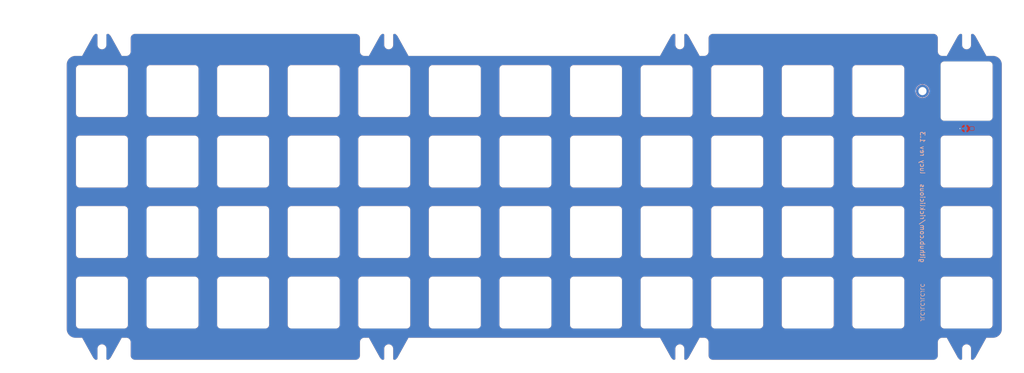
<source format=kicad_pcb>
(kicad_pcb (version 20211014) (generator pcbnew)
  (layers (0 "F.Cu" signal) (31 "B.Cu" signal) (34 "B.Paste" user) (35 "F.Paste" user) (36 "B.SilkS" user "B.Silkscreen") (37 "F.SilkS" user "F.Silkscreen") (38 "B.Mask" user) (39 "F.Mask" user) (44 "Edge.Cuts" user))
  (net 0 "")
  (net 1 "GND")
  (footprint "Keeb_footprints:MX100_cutout_plated" (layer "F.Cu") (at 155.97253 50.00646)
    (fp_text reference "U1")
    (fp_text value "HOLE")
    (fp_line (start -7 6) (end -7 -6) (layer "Edge.Cuts") (width 0.05))
    (fp_line (start -6 7) (end 6 7) (layer "Edge.Cuts") (width 0.05))
    (fp_line (start -6 -7) (end 6 -7) (layer "Edge.Cuts") (width 0.05))
    (fp_line (start 7 -6) (end 7 6) (layer "Edge.Cuts") (width 0.05))
    (fp_arc (start 7 6) (mid 6.707107 6.707107) (end 6 7) (layer "Edge.Cuts") (width 0.05))
    (fp_arc (start 6 -7) (mid 6.707107 -6.707107) (end 7 -6) (layer "Edge.Cuts") (width 0.05))
    (fp_arc (start -6 7) (mid -6.707107 6.707107) (end -7 6) (layer "Edge.Cuts") (width 0.05))
    (fp_arc (start -7 -6) (mid -6.707107 -6.707107) (end -6 -7) (layer "Edge.Cuts") (width 0.05))
  )
  (footprint "Keeb_footprints:MX100_cutout_plated" (layer "F.Cu") (at 175.02261 50.00646)
    (fp_text reference "U2")
    (fp_text value "HOLE")
    (fp_line (start -7 6) (end -7 -6) (layer "Edge.Cuts") (width 0.05))
    (fp_line (start -6 -7) (end 6 -7) (layer "Edge.Cuts") (width 0.05))
    (fp_line (start 7 -6) (end 7 6) (layer "Edge.Cuts") (width 0.05))
    (fp_line (start -6 7) (end 6 7) (layer "Edge.Cuts") (width 0.05))
    (fp_arc (start 6 -7) (mid 6.707107 -6.707107) (end 7 -6) (layer "Edge.Cuts") (width 0.05))
    (fp_arc (start -6 7) (mid -6.707107 6.707107) (end -7 6) (layer "Edge.Cuts") (width 0.05))
    (fp_arc (start 7 6) (mid 6.707107 6.707107) (end 6 7) (layer "Edge.Cuts") (width 0.05))
    (fp_arc (start -7 -6) (mid -6.707107 -6.707107) (end -6 -7) (layer "Edge.Cuts") (width 0.05))
  )
  (footprint "Keeb_footprints:MX100_cutout_plated" (layer "F.Cu") (at 194.07269 50.00646)
    (fp_text reference "U3")
    (fp_text value "HOLE")
    (fp_line (start -6 7) (end 6 7) (layer "Edge.Cuts") (width 0.05))
    (fp_line (start -7 6) (end -7 -6) (layer "Edge.Cuts") (width 0.05))
    (fp_line (start 7 -6) (end 7 6) (layer "Edge.Cuts") (width 0.05))
    (fp_line (start -6 -7) (end 6 -7) (layer "Edge.Cuts") (width 0.05))
    (fp_arc (start 7 6) (mid 6.707107 6.707107) (end 6 7) (layer "Edge.Cuts") (width 0.05))
    (fp_arc (start -7 -6) (mid -6.707107 -6.707107) (end -6 -7) (layer "Edge.Cuts") (width 0.05))
    (fp_arc (start -6 7) (mid -6.707107 6.707107) (end -7 6) (layer "Edge.Cuts") (width 0.05))
    (fp_arc (start 6 -7) (mid 6.707107 -6.707107) (end 7 -6) (layer "Edge.Cuts") (width 0.05))
  )
  (footprint "Keeb_footprints:MX100_cutout_plated" (layer "F.Cu") (at 213.12277 50.00646)
    (fp_text reference "U4")
    (fp_text value "HOLE")
    (fp_line (start -7 6) (end -7 -6) (layer "Edge.Cuts") (width 0.05))
    (fp_line (start -6 7) (end 6 7) (layer "Edge.Cuts") (width 0.05))
    (fp_line (start -6 -7) (end 6 -7) (layer "Edge.Cuts") (width 0.05))
    (fp_line (start 7 -6) (end 7 6) (layer "Edge.Cuts") (width 0.05))
    (fp_arc (start -7 -6) (mid -6.707107 -6.707107) (end -6 -7) (layer "Edge.Cuts") (width 0.05))
    (fp_arc (start 7 6) (mid 6.707107 6.707107) (end 6 7) (layer "Edge.Cuts") (width 0.05))
    (fp_arc (start 6 -7) (mid 6.707107 -6.707107) (end 7 -6) (layer "Edge.Cuts") (width 0.05))
    (fp_arc (start -6 7) (mid -6.707107 6.707107) (end -7 6) (layer "Edge.Cuts") (width 0.05))
  )
  (footprint "Keeb_footprints:MX100_cutout_plated" (layer "F.Cu") (at 232.17285 50.00646)
    (fp_text reference "U5")
    (fp_text value "HOLE")
    (fp_line (start 7 -6) (end 7 6) (layer "Edge.Cuts") (width 0.05))
    (fp_line (start -7 6) (end -7 -6) (layer "Edge.Cuts") (width 0.05))
    (fp_line (start -6 7) (end 6 7) (layer "Edge.Cuts") (width 0.05))
    (fp_line (start -6 -7) (end 6 -7) (layer "Edge.Cuts") (width 0.05))
    (fp_arc (start -7 -6) (mid -6.707107 -6.707107) (end -6 -7) (layer "Edge.Cuts") (width 0.05))
    (fp_arc (start -6 7) (mid -6.707107 6.707107) (end -7 6) (layer "Edge.Cuts") (width 0.05))
    (fp_arc (start 6 -7) (mid 6.707107 -6.707107) (end 7 -6) (layer "Edge.Cuts") (width 0.05))
    (fp_arc (start 7 6) (mid 6.707107 6.707107) (end 6 7) (layer "Edge.Cuts") (width 0.05))
  )
  (footprint "Keeb_footprints:MX100_cutout_plated" (layer "F.Cu") (at 327.42325 50.00646)
    (fp_text reference "U10")
    (fp_text value "HOLE")
    (fp_line (start -6 7) (end 6 7) (layer "Edge.Cuts") (width 0.05))
    (fp_line (start -6 -7) (end 6 -7) (layer "Edge.Cuts") (width 0.05))
    (fp_line (start 7 -6) (end 7 6) (layer "Edge.Cuts") (width 0.05))
    (fp_line (start -7 6) (end -7 -6) (layer "Edge.Cuts") (width 0.05))
    (fp_arc (start -6 7) (mid -6.707107 6.707107) (end -7 6) (layer "Edge.Cuts") (width 0.05))
    (fp_arc (start -7 -6) (mid -6.707107 -6.707107) (end -6 -7) (layer "Edge.Cuts") (width 0.05))
    (fp_arc (start 6 -7) (mid 6.707107 -6.707107) (end 7 -6) (layer "Edge.Cuts") (width 0.05))
    (fp_arc (start 7 6) (mid 6.707107 6.707107) (end 6 7) (layer "Edge.Cuts") (width 0.05))
  )
  (footprint "Keeb_footprints:MX100_cutout_plated" (layer "F.Cu") (at 346.47333 50.00646)
    (fp_text reference "U11")
    (fp_text value "HOLE")
    (fp_line (start -7 6) (end -7 -6) (layer "Edge.Cuts") (width 0.05))
    (fp_line (start -6 -7) (end 6 -7) (layer "Edge.Cuts") (width 0.05))
    (fp_line (start -6 7) (end 6 7) (layer "Edge.Cuts") (width 0.05))
    (fp_line (start 7 -6) (end 7 6) (layer "Edge.Cuts") (width 0.05))
    (fp_arc (start 6 -7) (mid 6.707107 -6.707107) (end 7 -6) (layer "Edge.Cuts") (width 0.05))
    (fp_arc (start -6 7) (mid -6.707107 6.707107) (end -7 6) (layer "Edge.Cuts") (width 0.05))
    (fp_arc (start 7 6) (mid 6.707107 6.707107) (end 6 7) (layer "Edge.Cuts") (width 0.05))
    (fp_arc (start -7 -6) (mid -6.707107 -6.707107) (end -6 -7) (layer "Edge.Cuts") (width 0.05))
  )
  (footprint "Keeb_footprints:MX100_cutout_plated" (layer "F.Cu") (at 155.97253 69.05654)
    (fp_text reference "U13")
    (fp_text value "HOLE")
    (fp_line (start -7 6) (end -7 -6) (layer "Edge.Cuts") (width 0.05))
    (fp_line (start -6 7) (end 6 7) (layer "Edge.Cuts") (width 0.05))
    (fp_line (start 7 -6) (end 7 6) (layer "Edge.Cuts") (width 0.05))
    (fp_line (start -6 -7) (end 6 -7) (layer "Edge.Cuts") (width 0.05))
    (fp_arc (start 7 6) (mid 6.707107 6.707107) (end 6 7) (layer "Edge.Cuts") (width 0.05))
    (fp_arc (start -7 -6) (mid -6.707107 -6.707107) (end -6 -7) (layer "Edge.Cuts") (width 0.05))
    (fp_arc (start -6 7) (mid -6.707107 6.707107) (end -7 6) (layer "Edge.Cuts") (width 0.05))
    (fp_arc (start 6 -7) (mid 6.707107 -6.707107) (end 7 -6) (layer "Edge.Cuts") (width 0.05))
  )
  (footprint "Keeb_footprints:MX100_cutout_plated" (layer "F.Cu") (at 194.07269 69.05654)
    (fp_text reference "U15")
    (fp_text value "HOLE")
    (fp_line (start 7 -6) (end 7 6) (layer "Edge.Cuts") (width 0.05))
    (fp_line (start -6 7) (end 6 7) (layer "Edge.Cuts") (width 0.05))
    (fp_line (start -6 -7) (end 6 -7) (layer "Edge.Cuts") (width 0.05))
    (fp_line (start -7 6) (end -7 -6) (layer "Edge.Cuts") (width 0.05))
    (fp_arc (start -6 7) (mid -6.707107 6.707107) (end -7 6) (layer "Edge.Cuts") (width 0.05))
    (fp_arc (start 6 -7) (mid 6.707107 -6.707107) (end 7 -6) (layer "Edge.Cuts") (width 0.05))
    (fp_arc (start 7 6) (mid 6.707107 6.707107) (end 6 7) (layer "Edge.Cuts") (width 0.05))
    (fp_arc (start -7 -6) (mid -6.707107 -6.707107) (end -6 -7) (layer "Edge.Cuts") (width 0.05))
  )
  (footprint "Keeb_footprints:MX100_cutout_plated" (layer "F.Cu") (at 232.17285 69.05654)
    (fp_text reference "U17")
    (fp_text value "HOLE")
    (fp_line (start 7 -6) (end 7 6) (layer "Edge.Cuts") (width 0.05))
    (fp_line (start -7 6) (end -7 -6) (layer "Edge.Cuts") (width 0.05))
    (fp_line (start -6 -7) (end 6 -7) (layer "Edge.Cuts") (width 0.05))
    (fp_line (start -6 7) (end 6 7) (layer "Edge.Cuts") (width 0.05))
    (fp_arc (start 6 -7) (mid 6.707107 -6.707107) (end 7 -6) (layer "Edge.Cuts") (width 0.05))
    (fp_arc (start -7 -6) (mid -6.707107 -6.707107) (end -6 -7) (layer "Edge.Cuts") (width 0.05))
    (fp_arc (start 7 6) (mid 6.707107 6.707107) (end 6 7) (layer "Edge.Cuts") (width 0.05))
    (fp_arc (start -6 7) (mid -6.707107 6.707107) (end -7 6) (layer "Edge.Cuts") (width 0.05))
  )
  (footprint "Keeb_footprints:MX100_cutout_plated" (layer "F.Cu") (at 251.22293 69.05654)
    (fp_text reference "U18")
    (fp_text value "HOLE")
    (fp_line (start -6 7) (end 6 7) (layer "Edge.Cuts") (width 0.05))
    (fp_line (start 7 -6) (end 7 6) (layer "Edge.Cuts") (width 0.05))
    (fp_line (start -6 -7) (end 6 -7) (layer "Edge.Cuts") (width 0.05))
    (fp_line (start -7 6) (end -7 -6) (layer "Edge.Cuts") (width 0.05))
    (fp_arc (start -6 7) (mid -6.707107 6.707107) (end -7 6) (layer "Edge.Cuts") (width 0.05))
    (fp_arc (start 6 -7) (mid 6.707107 -6.707107) (end 7 -6) (layer "Edge.Cuts") (width 0.05))
    (fp_arc (start -7 -6) (mid -6.707107 -6.707107) (end -6 -7) (layer "Edge.Cuts") (width 0.05))
    (fp_arc (start 7 6) (mid 6.707107 6.707107) (end 6 7) (layer "Edge.Cuts") (width 0.05))
  )
  (footprint "Keeb_footprints:MX100_cutout_plated" (layer "F.Cu") (at 270.27301 69.05654)
    (fp_text reference "U19")
    (fp_text value "HOLE")
    (fp_line (start -7 6) (end -7 -6) (layer "Edge.Cuts") (width 0.05))
    (fp_line (start -6 -7) (end 6 -7) (layer "Edge.Cuts") (width 0.05))
    (fp_line (start -6 7) (end 6 7) (layer "Edge.Cuts") (width 0.05))
    (fp_line (start 7 -6) (end 7 6) (layer "Edge.Cuts") (width 0.05))
    (fp_arc (start -6 7) (mid -6.707107 6.707107) (end -7 6) (layer "Edge.Cuts") (width 0.05))
    (fp_arc (start -7 -6) (mid -6.707107 -6.707107) (end -6 -7) (layer "Edge.Cuts") (width 0.05))
    (fp_arc (start 7 6) (mid 6.707107 6.707107) (end 6 7) (layer "Edge.Cuts") (width 0.05))
    (fp_arc (start 6 -7) (mid 6.707107 -6.707107) (end 7 -6) (layer "Edge.Cuts") (width 0.05))
  )
  (footprint "Keeb_footprints:MX100_cutout_plated" (layer "F.Cu") (at 289.32309 69.05654)
    (fp_text reference "U20")
    (fp_text value "HOLE")
    (fp_line (start 7 -6) (end 7 6) (layer "Edge.Cuts") (width 0.05))
    (fp_line (start -6 7) (end 6 7) (layer "Edge.Cuts") (width 0.05))
    (fp_line (start -6 -7) (end 6 -7) (layer "Edge.Cuts") (width 0.05))
    (fp_line (start -7 6) (end -7 -6) (layer "Edge.Cuts") (width 0.05))
    (fp_arc (start -6 7) (mid -6.707107 6.707107) (end -7 6) (layer "Edge.Cuts") (width 0.05))
    (fp_arc (start -7 -6) (mid -6.707107 -6.707107) (end -6 -7) (layer "Edge.Cuts") (width 0.05))
    (fp_arc (start 6 -7) (mid 6.707107 -6.707107) (end 7 -6) (layer "Edge.Cuts") (width 0.05))
    (fp_arc (start 7 6) (mid 6.707107 6.707107) (end 6 7) (layer "Edge.Cuts") (width 0.05))
  )
  (footprint "Keeb_footprints:MX100_cutout_plated" (layer "F.Cu") (at 308.37317 69.05654)
    (fp_text reference "U21")
    (fp_text value "HOLE")
    (fp_line (start 7 -6) (end 7 6) (layer "Edge.Cuts") (width 0.05))
    (fp_line (start -7 6) (end -7 -6) (layer "Edge.Cuts") (width 0.05))
    (fp_line (start -6 7) (end 6 7) (layer "Edge.Cuts") (width 0.05))
    (fp_line (start -6 -7) (end 6 -7) (layer "Edge.Cuts") (width 0.05))
    (fp_arc (start -7 -6) (mid -6.707107 -6.707107) (end -6 -7) (layer "Edge.Cuts") (width 0.05))
    (fp_arc (start -6 7) (mid -6.707107 6.707107) (end -7 6) (layer "Edge.Cuts") (width 0.05))
    (fp_arc (start 7 6) (mid 6.707107 6.707107) (end 6 7) (layer "Edge.Cuts") (width 0.05))
    (fp_arc (start 6 -7) (mid 6.707107 -6.707107) (end 7 -6) (layer "Edge.Cuts") (width 0.05))
  )
  (footprint "Keeb_footprints:MX100_cutout_plated" (layer "F.Cu") (at 327.42325 69.05654)
    (fp_text reference "U22")
    (fp_text value "HOLE")
    (fp_line (start -6 7) (end 6 7) (layer "Edge.Cuts") (width 0.05))
    (fp_line (start 7 -6) (end 7 6) (layer "Edge.Cuts") (width 0.05))
    (fp_line (start -6 -7) (end 6 -7) (layer "Edge.Cuts") (width 0.05))
    (fp_line (start -7 6) (end -7 -6) (layer "Edge.Cuts") (width 0.05))
    (fp_arc (start -7 -6) (mid -6.707107 -6.707107) (end -6 -7) (layer "Edge.Cuts") (width 0.05))
    (fp_arc (start 6 -7) (mid 6.707107 -6.707107) (end 7 -6) (layer "Edge.Cuts") (width 0.05))
    (fp_arc (start 7 6) (mid 6.707107 6.707107) (end 6 7) (layer "Edge.Cuts") (width 0.05))
    (fp_arc (start -6 7) (mid -6.707107 6.707107) (end -7 6) (layer "Edge.Cuts") (width 0.05))
  )
  (footprint "Keeb_footprints:MX100_cutout_plated" (layer "F.Cu") (at 346.47333 69.05654)
    (fp_text reference "U23")
    (fp_text value "HOLE")
    (fp_line (start -6 -7) (end 6 -7) (layer "Edge.Cuts") (width 0.05))
    (fp_line (start -7 6) (end -7 -6) (layer "Edge.Cuts") (width 0.05))
    (fp_line (start 7 -6) (end 7 6) (layer "Edge.Cuts") (width 0.05))
    (fp_line (start -6 7) (end 6 7) (layer "Edge.Cuts") (width 0.05))
    (fp_arc (start 6 -7) (mid 6.707107 -6.707107) (end 7 -6) (layer "Edge.Cuts") (width 0.05))
    (fp_arc (start 7 6) (mid 6.707107 6.707107) (end 6 7) (layer "Edge.Cuts") (width 0.05))
    (fp_arc (start -6 7) (mid -6.707107 6.707107) (end -7 6) (layer "Edge.Cuts") (width 0.05))
    (fp_arc (start -7 -6) (mid -6.707107 -6.707107) (end -6 -7) (layer "Edge.Cuts") (width 0.05))
  )
  (footprint "Keeb_footprints:MX100_cutout_plated" (layer "F.Cu") (at 365.52341 69.05654)
    (fp_text reference "U24")
    (fp_text value "HOLE")
    (fp_line (start -7 6) (end -7 -6) (layer "Edge.Cuts") (width 0.05))
    (fp_line (start -6 7) (end 6 7) (layer "Edge.Cuts") (width 0.05))
    (fp_line (start 7 -6) (end 7 6) (layer "Edge.Cuts") (width 0.05))
    (fp_line (start -6 -7) (end 6 -7) (layer "Edge.Cuts") (width 0.05))
    (fp_arc (start -6 7) (mid -6.707107 6.707107) (end -7 6) (layer "Edge.Cuts") (width 0.05))
    (fp_arc (start -7 -6) (mid -6.707107 -6.707107) (end -6 -7) (layer "Edge.Cuts") (width 0.05))
    (fp_arc (start 6 -7) (mid 6.707107 -6.707107) (end 7 -6) (layer "Edge.Cuts") (width 0.05))
    (fp_arc (start 7 6) (mid 6.707107 6.707107) (end 6 7) (layer "Edge.Cuts") (width 0.05))
  )
  (footprint "Keeb_footprints:MX100_cutout_plated" (layer "F.Cu") (at 155.97253 88.10662)
    (fp_text reference "U25")
    (fp_text value "HOLE")
    (fp_line (start 7 -6) (end 7 6) (layer "Edge.Cuts") (width 0.05))
    (fp_line (start -7 6) (end -7 -6) (layer "Edge.Cuts") (width 0.05))
    (fp_line (start -6 -7) (end 6 -7) (layer "Edge.Cuts") (width 0.05))
    (fp_line (start -6 7) (end 6 7) (layer "Edge.Cuts") (width 0.05))
    (fp_arc (start -6 7) (mid -6.707107 6.707107) (end -7 6) (layer "Edge.Cuts") (width 0.05))
    (fp_arc (start 6 -7) (mid 6.707107 -6.707107) (end 7 -6) (layer "Edge.Cuts") (width 0.05))
    (fp_arc (start 7 6) (mid 6.707107 6.707107) (end 6 7) (layer "Edge.Cuts") (width 0.05))
    (fp_arc (start -7 -6) (mid -6.707107 -6.707107) (end -6 -7) (layer "Edge.Cuts") (width 0.05))
  )
  (footprint "Keeb_footprints:MX100_cutout_plated" (layer "F.Cu") (at 175.02261 88.10662)
    (fp_text reference "U26")
    (fp_text value "HOLE")
    (fp_line (start -6 -7) (end 6 -7) (layer "Edge.Cuts") (width 0.05))
    (fp_line (start -6 7) (end 6 7) (layer "Edge.Cuts") (width 0.05))
    (fp_line (start -7 6) (end -7 -6) (layer "Edge.Cuts") (width 0.05))
    (fp_line (start 7 -6) (end 7 6) (layer "Edge.Cuts") (width 0.05))
    (fp_arc (start 7 6) (mid 6.707107 6.707107) (end 6 7) (layer "Edge.Cuts") (width 0.05))
    (fp_arc (start -6 7) (mid -6.707107 6.707107) (end -7 6) (layer "Edge.Cuts") (width 0.05))
    (fp_arc (start 6 -7) (mid 6.707107 -6.707107) (end 7 -6) (layer "Edge.Cuts") (width 0.05))
    (fp_arc (start -7 -6) (mid -6.707107 -6.707107) (end -6 -7) (layer "Edge.Cuts") (width 0.05))
  )
  (footprint "Keeb_footprints:MX100_cutout_plated" (layer "F.Cu") (at 194.07269 88.10662)
    (fp_text reference "U27")
    (fp_text value "HOLE")
    (fp_line (start -7 6) (end -7 -6) (layer "Edge.Cuts") (width 0.05))
    (fp_line (start 7 -6) (end 7 6) (layer "Edge.Cuts") (width 0.05))
    (fp_line (start -6 -7) (end 6 -7) (layer "Edge.Cuts") (width 0.05))
    (fp_line (start -6 7) (end 6 7) (layer "Edge.Cuts") (width 0.05))
    (fp_arc (start -6 7) (mid -6.707107 6.707107) (end -7 6) (layer "Edge.Cuts") (width 0.05))
    (fp_arc (start -7 -6) (mid -6.707107 -6.707107) (end -6 -7) (layer "Edge.Cuts") (width 0.05))
    (fp_arc (start 6 -7) (mid 6.707107 -6.707107) (end 7 -6) (layer "Edge.Cuts") (width 0.05))
    (fp_arc (start 7 6) (mid 6.707107 6.707107) (end 6 7) (layer "Edge.Cuts") (width 0.05))
  )
  (footprint "Keeb_footprints:MX100_cutout_plated" (layer "F.Cu") (at 213.12277 88.10662)
    (fp_text reference "U28")
    (fp_text value "HOLE")
    (fp_line (start -6 7) (end 6 7) (layer "Edge.Cuts") (width 0.05))
    (fp_line (start -7 6) (end -7 -6) (layer "Edge.Cuts") (width 0.05))
    (fp_line (start 7 -6) (end 7 6) (layer "Edge.Cuts") (width 0.05))
    (fp_line (start -6 -7) (end 6 -7) (layer "Edge.Cuts") (width 0.05))
    (fp_arc (start 6 -7) (mid 6.707107 -6.707107) (end 7 -6) (layer "Edge.Cuts") (width 0.05))
    (fp_arc (start 7 6) (mid 6.707107 6.707107) (end 6 7) (layer "Edge.Cuts") (width 0.05))
    (fp_arc (start -6 7) (mid -6.707107 6.707107) (end -7 6) (layer "Edge.Cuts") (width 0.05))
    (fp_arc (start -7 -6) (mid -6.707107 -6.707107) (end -6 -7) (layer "Edge.Cuts") (width 0.05))
  )
  (footprint "Keeb_footprints:MX100_cutout_plated" (layer "F.Cu") (at 232.17285 88.10662)
    (fp_text reference "U29")
    (fp_text value "HOLE")
    (fp_line (start -6 -7) (end 6 -7) (layer "Edge.Cuts") (width 0.05))
    (fp_line (start -7 6) (end -7 -6) (layer "Edge.Cuts") (width 0.05))
    (fp_line (start -6 7) (end 6 7) (layer "Edge.Cuts") (width 0.05))
    (fp_line (start 7 -6) (end 7 6) (layer "Edge.Cuts") (width 0.05))
    (fp_arc (start 7 6) (mid 6.707107 6.707107) (end 6 7) (layer "Edge.Cuts") (width 0.05))
    (fp_arc (start -6 7) (mid -6.707107 6.707107) (end -7 6) (layer "Edge.Cuts") (width 0.05))
    (fp_arc (start 6 -7) (mid 6.707107 -6.707107) (end 7 -6) (layer "Edge.Cuts") (width 0.05))
    (fp_arc (start -7 -6) (mid -6.707107 -6.707107) (end -6 -7) (layer "Edge.Cuts") (width 0.05))
  )
  (footprint "Keeb_footprints:MX100_cutout_plated" (layer "F.Cu") (at 251.22293 88.10662)
    (fp_text reference "U30")
    (fp_text value "HOLE")
    (fp_line (start -6 -7) (end 6 -7) (layer "Edge.Cuts") (width 0.05))
    (fp_line (start -6 7) (end 6 7) (layer "Edge.Cuts") (width 0.05))
    (fp_line (start -7 6) (end -7 -6) (layer "Edge.Cuts") (width 0.05))
    (fp_line (start 7 -6) (end 7 6) (layer "Edge.Cuts") (width 0.05))
    (fp_arc (start 6 -7) (mid 6.707107 -6.707107) (end 7 -6) (layer "Edge.Cuts") (width 0.05))
    (fp_arc (start -6 7) (mid -6.707107 6.707107) (end -7 6) (layer "Edge.Cuts") (width 0.05))
    (fp_arc (start -7 -6) (mid -6.707107 -6.707107) (end -6 -7) (layer "Edge.Cuts") (width 0.05))
    (fp_arc (start 7 6) (mid 6.707107 6.707107) (end 6 7) (layer "Edge.Cuts") (width 0.05))
  )
  (footprint "Keeb_footprints:MX100_cutout_plated" (layer "F.Cu") (at 270.27301 88.10662)
    (fp_text reference "U31")
    (fp_text value "HOLE")
    (fp_line (start -6 -7) (end 6 -7) (layer "Edge.Cuts") (width 0.05))
    (fp_line (start 7 -6) (end 7 6) (layer "Edge.Cuts") (width 0.05))
    (fp_line (start -7 6) (end -7 -6) (layer "Edge.Cuts") (width 0.05))
    (fp_line (start -6 7) (end 6 7) (layer "Edge.Cuts") (width 0.05))
    (fp_arc (start 6 -7) (mid 6.707107 -6.707107) (end 7 -6) (layer "Edge.Cuts") (width 0.05))
    (fp_arc (start -6 7) (mid -6.707107 6.707107) (end -7 6) (layer "Edge.Cuts") (width 0.05))
    (fp_arc (start -7 -6) (mid -6.707107 -6.707107) (end -6 -7) (layer "Edge.Cuts") (width 0.05))
    (fp_arc (start 7 6) (mid 6.707107 6.707107) (end 6 7) (layer "Edge.Cuts") (width 0.05))
  )
  (footprint "Keeb_footprints:MX100_cutout_plated" (layer "F.Cu") (at 289.32309 88.10662)
    (fp_text reference "U32")
    (fp_text value "HOLE")
    (fp_line (start -7 6) (end -7 -6) (layer "Edge.Cuts") (width 0.05))
    (fp_line (start 7 -6) (end 7 6) (layer "Edge.Cuts") (width 0.05))
    (fp_line (start -6 7) (end 6 7) (layer "Edge.Cuts") (width 0.05))
    (fp_line (start -6 -7) (end 6 -7) (layer "Edge.Cuts") (width 0.05))
    (fp_arc (start -6 7) (mid -6.707107 6.707107) (end -7 6) (layer "Edge.Cuts") (width 0.05))
    (fp_arc (start -7 -6) (mid -6.707107 -6.707107) (end -6 -7) (layer "Edge.Cuts") (width 0.05))
    (fp_arc (start 7 6) (mid 6.707107 6.707107) (end 6 7) (layer "Edge.Cuts") (width 0.05))
    (fp_arc (start 6 -7) (mid 6.707107 -6.707107) (end 7 -6) (layer "Edge.Cuts") (width 0.05))
  )
  (footprint "Keeb_footprints:MX100_cutout_plated" (layer "F.Cu") (at 308.37317 88.10662)
    (fp_text reference "U33")
    (fp_text value "HOLE")
    (fp_line (start -6 -7) (end 6 -7) (layer "Edge.Cuts") (width 0.05))
    (fp_line (start -6 7) (end 6 7) (layer "Edge.Cuts") (width 0.05))
    (fp_line (start 7 -6) (end 7 6) (layer "Edge.Cuts") (width 0.05))
    (fp_line (start -7 6) (end -7 -6) (layer "Edge.Cuts") (width 0.05))
    (fp_arc (start -7 -6) (mid -6.707107 -6.707107) (end -6 -7) (layer "Edge.Cuts") (width 0.05))
    (fp_arc (start 6 -7) (mid 6.707107 -6.707107) (end 7 -6) (layer "Edge.Cuts") (width 0.05))
    (fp_arc (start -6 7) (mid -6.707107 6.707107) (end -7 6) (layer "Edge.Cuts") (width 0.05))
    (fp_arc (start 7 6) (mid 6.707107 6.707107) (end 6 7) (layer "Edge.Cuts") (width 0.05))
  )
  (footprint "Keeb_footprints:MX100_cutout_plated" (layer "F.Cu") (at 327.42325 88.10662)
    (fp_text reference "U34")
    (fp_text value "HOLE")
    (fp_line (start -6 -7) (end 6 -7) (layer "Edge.Cuts") (width 0.05))
    (fp_line (start -6 7) (end 6 7) (layer "Edge.Cuts") (width 0.05))
    (fp_line (start -7 6) (end -7 -6) (layer "Edge.Cuts") (width 0.05))
    (fp_line (start 7 -6) (end 7 6) (layer "Edge.Cuts") (width 0.05))
    (fp_arc (start 6 -7) (mid 6.707107 -6.707107) (end 7 -6) (layer "Edge.Cuts") (width 0.05))
    (fp_arc (start -7 -6) (mid -6.707107 -6.707107) (end -6 -7) (layer "Edge.Cuts") (width 0.05))
    (fp_arc (start 7 6) (mid 6.707107 6.707107) (end 6 7) (layer "Edge.Cuts") (width 0.05))
    (fp_arc (start -6 7) (mid -6.707107 6.707107) (end -7 6) (layer "Edge.Cuts") (width 0.05))
  )
  (footprint "Keeb_footprints:MX100_cutout_plated" (layer "F.Cu") (at 346.47333 88.10662)
    (fp_text reference "U35")
    (fp_text value "HOLE")
    (fp_line (start 7 -6) (end 7 6) (layer "Edge.Cuts") (width 0.05))
    (fp_line (start -6 7) (end 6 7) (layer "Edge.Cuts") (width 0.05))
    (fp_line (start -7 6) (end -7 -6) (layer "Edge.Cuts") (width 0.05))
    (fp_line (start -6 -7) (end 6 -7) (layer "Edge.Cuts") (width 0.05))
    (fp_arc (start 7 6) (mid 6.707107 6.707107) (end 6 7) (layer "Edge.Cuts") (width 0.05))
    (fp_arc (start -7 -6) (mid -6.707107 -6.707107) (end -6 -7) (layer "Edge.Cuts") (width 0.05))
    (fp_arc (start 6 -7) (mid 6.707107 -6.707107) (end 7 -6) (layer "Edge.Cuts") (width 0.05))
    (fp_arc (start -6 7) (mid -6.707107 6.707107) (end -7 6) (layer "Edge.Cuts") (width 0.05))
  )
  (footprint "Keeb_footprints:MX100_cutout_plated" (layer "F.Cu") (at 365.52341 88.10662)
    (fp_text reference "U36")
    (fp_text value "HOLE")
    (fp_line (start 7 -6) (end 7 6) (layer "Edge.Cuts") (width 0.05))
    (fp_line (start -7 6) (end -7 -6) (layer "Edge.Cuts") (width 0.05))
    (fp_line (start -6 -7) (end 6 -7) (layer "Edge.Cuts") (width 0.05))
    (fp_line (start -6 7) (end 6 7) (layer "Edge.Cuts") (width 0.05))
    (fp_arc (start 7 6) (mid 6.707107 6.707107) (end 6 7) (layer "Edge.Cuts") (width 0.05))
    (fp_arc (start -7 -6) (mid -6.707107 -6.707107) (end -6 -7) (layer "Edge.Cuts") (width 0.05))
    (fp_arc (start -6 7) (mid -6.707107 6.707107) (end -7 6) (layer "Edge.Cuts") (width 0.05))
    (fp_arc (start 6 -7) (mid 6.707107 -6.707107) (end 7 -6) (layer "Edge.Cuts") (width 0.05))
  )
  (footprint "Keeb_footprints:MX100_cutout_plated" (layer "F.Cu") (at 175.02261 107.1567)
    (fp_text reference "U38")
    (fp_text value "HOLE")
    (fp_line (start 7 -6) (end 7 6) (layer "Edge.Cuts") (width 0.05))
    (fp_line (start -6 7) (end 6 7) (layer "Edge.Cuts") (width 0.05))
    (fp_line (start -6 -7) (end 6 -7) (layer "Edge.Cuts") (width 0.05))
    (fp_line (start -7 6) (end -7 -6) (layer "Edge.Cuts") (width 0.05))
    (fp_arc (start 6 -7) (mid 6.707107 -6.707107) (end 7 -6) (layer "Edge.Cuts") (width 0.05))
    (fp_arc (start -7 -6) (mid -6.707107 -6.707107) (end -6 -7) (layer "Edge.Cuts") (width 0.05))
    (fp_arc (start 7 6) (mid 6.707107 6.707107) (end 6 7) (layer "Edge.Cuts") (width 0.05))
    (fp_arc (start -6 7) (mid -6.707107 6.707107) (end -7 6) (layer "Edge.Cuts") (width 0.05))
  )
  (footprint "Keeb_footprints:MX100_cutout_plated" (layer "F.Cu") (at 194.07269 107.1567)
    (fp_text reference "U39")
    (fp_text value "HOLE")
    (fp_line (start -7 6) (end -7 -6) (layer "Edge.Cuts") (width 0.05))
    (fp_line (start -6 7) (end 6 7) (layer "Edge.Cuts") (width 0.05))
    (fp_line (start -6 -7) (end 6 -7) (layer "Edge.Cuts") (width 0.05))
    (fp_line (start 7 -6) (end 7 6) (layer "Edge.Cuts") (width 0.05))
    (fp_arc (start -7 -6) (mid -6.707107 -6.707107) (end -6 -7) (layer "Edge.Cuts") (width 0.05))
    (fp_arc (start -6 7) (mid -6.707107 6.707107) (end -7 6) (layer "Edge.Cuts") (width 0.05))
    (fp_arc (start 7 6) (mid 6.707107 6.707107) (end 6 7) (layer "Edge.Cuts") (width 0.05))
    (fp_arc (start 6 -7) (mid 6.707107 -6.707107) (end 7 -6) (layer "Edge.Cuts") (width 0.05))
  )
  (footprint "Keeb_footprints:MX100_cutout_plated" (layer "F.Cu") (at 213.12277 107.1567)
    (fp_text reference "U40")
    (fp_text value "HOLE")
    (fp_line (start -6 -7) (end 6 -7) (layer "Edge.Cuts") (width 0.05))
    (fp_line (start -7 6) (end -7 -6) (layer "Edge.Cuts") (width 0.05))
    (fp_line (start 7 -6) (end 7 6) (layer "Edge.Cuts") (width 0.05))
    (fp_line (start -6 7) (end 6 7) (layer "Edge.Cuts") (width 0.05))
    (fp_arc (start 7 6) (mid 6.707107 6.707107) (end 6 7) (layer "Edge.Cuts") (width 0.05))
    (fp_arc (start -7 -6) (mid -6.707107 -6.707107) (end -6 -7) (layer "Edge.Cuts") (width 0.05))
    (fp_arc (start -6 7) (mid -6.707107 6.707107) (end -7 6) (layer "Edge.Cuts") (width 0.05))
    (fp_arc (start 6 -7) (mid 6.707107 -6.707107) (end 7 -6) (layer "Edge.Cuts") (width 0.05))
  )
  (footprint "Keeb_footprints:MX100_cutout_plated" (layer "F.Cu") (at 232.17285 107.1567)
    (fp_text reference "U41")
    (fp_text value "HOLE")
    (fp_line (start -6 -7) (end 6 -7) (layer "Edge.Cuts") (width 0.05))
    (fp_line (start -7 6) (end -7 -6) (layer "Edge.Cuts") (width 0.05))
    (fp_line (start -6 7) (end 6 7) (layer "Edge.Cuts") (width 0.05))
    (fp_line (start 7 -6) (end 7 6) (layer "Edge.Cuts") (width 0.05))
    (fp_arc (start 6 -7) (mid 6.707107 -6.707107) (end 7 -6) (layer "Edge.Cuts") (width 0.05))
    (fp_arc (start -6 7) (mid -6.707107 6.707107) (end -7 6) (layer "Edge.Cuts") (width 0.05))
    (fp_arc (start -7 -6) (mid -6.707107 -6.707107) (end -6 -7) (layer "Edge.Cuts") (width 0.05))
    (fp_arc (start 7 6) (mid 6.707107 6.707107) (end 6 7) (layer "Edge.Cuts") (width 0.05))
  )
  (footprint "Keeb_footprints:MX100_cutout_plated" (layer "F.Cu") (at 251.22293 107.1567)
    (fp_text reference "U42")
    (fp_text value "HOLE")
    (fp_line (start -6 -7) (end 6 -7) (layer "Edge.Cuts") (width 0.05))
    (fp_line (start 7 -6) (end 7 6) (layer "Edge.Cuts") (width 0.05))
    (fp_line (start -7 6) (end -7 -6) (layer "Edge.Cuts") (width 0.05))
    (fp_line (start -6 7) (end 6 7) (layer "Edge.Cuts") (width 0.05))
    (fp_arc (start 6 -7) (mid 6.707107 -6.707107) (end 7 -6) (layer "Edge.Cuts") (width 0.05))
    (fp_arc (start -7 -6) (mid -6.707107 -6.707107) (end -6 -7) (layer "Edge.Cuts") (width 0.05))
    (fp_arc (start -6 7) (mid -6.707107 6.707107) (end -7 6) (layer "Edge.Cuts") (width 0.05))
    (fp_arc (start 7 6) (mid 6.707107 6.707107) (end 6 7) (layer "Edge.Cuts") (width 0.05))
  )
  (footprint "Keeb_footprints:MX100_cutout_plated" (layer "F.Cu") (at 270.27301 107.1567)
    (fp_text reference "U43")
    (fp_text value "HOLE")
    (fp_line (start -6 7) (end 6 7) (layer "Edge.Cuts") (width 0.05))
    (fp_line (start -7 6) (end -7 -6) (layer "Edge.Cuts") (width 0.05))
    (fp_line (start -6 -7) (end 6 -7) (layer "Edge.Cuts") (width 0.05))
    (fp_line (start 7 -6) (end 7 6) (layer "Edge.Cuts") (width 0.05))
    (fp_arc (start -6 7) (mid -6.707107 6.707107) (end -7 6) (layer "Edge.Cuts") (width 0.05))
    (fp_arc (start 6 -7) (mid 6.707107 -6.707107) (end 7 -6) (layer "Edge.Cuts") (width 0.05))
    (fp_arc (start 7 6) (mid 6.707107 6.707107) (end 6 7) (layer "Edge.Cuts") (width 0.05))
    (fp_arc (start -7 -6) (mid -6.707107 -6.707107) (end -6 -7) (layer "Edge.Cuts") (width 0.05))
  )
  (footprint "Keeb_footprints:MX100_cutout_plated" (layer "F.Cu") (at 289.32309 107.1567)
    (fp_text reference "U44")
    (fp_text value "HOLE")
    (fp_line (start -7 6) (end -7 -6) (layer "Edge.Cuts") (width 0.05))
    (fp_line (start 7 -6) (end 7 6) (layer "Edge.Cuts") (width 0.05))
    (fp_line (start -6 7) (end 6 7) (layer "Edge.Cuts") (width 0.05))
    (fp_line (start -6 -7) (end 6 -7) (layer "Edge.Cuts") (width 0.05))
    (fp_arc (start -6 7) (mid -6.707107 6.707107) (end -7 6) (layer "Edge.Cuts") (width 0.05))
    (fp_arc (start 7 6) (mid 6.707107 6.707107) (end 6 7) (layer "Edge.Cuts") (width 0.05))
    (fp_arc (start 6 -7) (mid 6.707107 -6.707107) (end 7 -6) (layer "Edge.Cuts") (width 0.05))
    (fp_arc (start -7 -6) (mid -6.707107 -6.707107) (end -6 -7) (layer "Edge.Cuts") (width 0.05))
  )
  (footprint "Keeb_footprints:MX100_cutout_plated" (layer "F.Cu") (at 308.37317 107.1567)
    (fp_text reference "U45")
    (fp_text value "HOLE")
    (fp_line (start -6 -7) (end 6 -7) (layer "Edge.Cuts") (width 0.05))
    (fp_line (start -6 7) (end 6 7) (layer "Edge.Cuts") (width 0.05))
    (fp_line (start 7 -6) (end 7 6) (layer "Edge.Cuts") (width 0.05))
    (fp_line (start -7 6) (end -7 -6) (layer "Edge.Cuts") (width 0.05))
    (fp_arc (start 6 -7) (mid 6.707107 -6.707107) (end 7 -6) (layer "Edge.Cuts") (width 0.05))
    (fp_arc (start -6 7) (mid -6.707107 6.707107) (end -7 6) (layer "Edge.Cuts") (width 0.05))
    (fp_arc (start 7 6) (mid 6.707107 6.707107) (end 6 7) (layer "Edge.Cuts") (width 0.05))
    (fp_arc (start -7 -6) (mid -6.707107 -6.707107) (end -6 -7) (layer "Edge.Cuts") (width 0.05))
  )
  (footprint "Keeb_footprints:MX100_cutout_plated" (layer "F.Cu") (at 327.42325 107.1567)
    (fp_text reference "U46")
    (fp_text value "HOLE")
    (fp_line (start -7 6) (end -7 -6) (layer "Edge.Cuts") (width 0.05))
    (fp_line (start 7 -6) (end 7 6) (layer "Edge.Cuts") (width 0.05))
    (fp_line (start -6 7) (end 6 7) (layer "Edge.Cuts") (width 0.05))
    (fp_line (start -6 -7) (end 6 -7) (layer "Edge.Cuts") (width 0.05))
    (fp_arc (start 7 6) (mid 6.707107 6.707107) (end 6 7) (layer "Edge.Cuts") (width 0.05))
    (fp_arc (start -7 -6) (mid -6.707107 -6.707107) (end -6 -7) (layer "Edge.Cuts") (width 0.05))
    (fp_arc (start -6 7) (mid -6.707107 6.707107) (end -7 6) (layer "Edge.Cuts") (width 0.05))
    (fp_arc (start 6 -7) (mid 6.707107 -6.707107) (end 7 -6) (layer "Edge.Cuts") (width 0.05))
  )
  (footprint "Keeb_footprints:MX100_cutout_plated" (layer "F.Cu") (at 346.47333 107.16)
    (fp_text reference "U47")
    (fp_text value "HOLE")
    (fp_line (start -6 7) (end 6 7) (layer "Edge.Cuts") (width 0.05))
    (fp_line (start 7 -6) (end 7 6) (layer "Edge.Cuts") (width 0.05))
    (fp_line (start -6 -7) (end 6 -7) (layer "Edge.Cuts") (width 0.05))
    (fp_line (start -7 6) (end -7 -6) (layer "Edge.Cuts") (width 0.05))
    (fp_arc (start -7 -6) (mid -6.707107 -6.707107) (end -6 -7) (layer "Edge.Cuts") (width 0.05))
    (fp_arc (start 6 -7) (mid 6.707107 -6.707107) (end 7 -6) (layer "Edge.Cuts") (width 0.05))
    (fp_arc (start -6 7) (mid -6.707107 6.707107) (end -7 6) (layer "Edge.Cuts") (width 0.05))
    (fp_arc (start 7 6) (mid 6.707107 6.707107) (end 6 7) (layer "Edge.Cuts") (width 0.05))
  )
  (footprint "Keeb_footprints:MX100_cutout_plated" (layer "F.Cu") (at 365.52341 107.1567)
    (fp_text reference "U48")
    (fp_text value "HOLE")
    (fp_line (start -6 -7) (end 6 -7) (layer "Edge.Cuts") (width 0.05))
    (fp_line (start -6 7) (end 6 7) (layer "Edge.Cuts") (width 0.05))
    (fp_line (start -7 6) (end -7 -6) (layer "Edge.Cuts") (width 0.05))
    (fp_line (start 7 -6) (end 7 6) (layer "Edge.Cuts") (width 0.05))
    (fp_arc (start 7 6) (mid 6.707107 6.707107) (end 6 7) (layer "Edge.Cuts") (width 0.05))
    (fp_arc (start 6 -7) (mid 6.707107 -6.707107) (end 7 -6) (layer "Edge.Cuts") (width 0.05))
    (fp_arc (start -7 -6) (mid -6.707107 -6.707107) (end -6 -7) (layer "Edge.Cuts") (width 0.05))
    (fp_arc (start -6 7) (mid -6.707107 6.707107) (end -7 6) (layer "Edge.Cuts") (width 0.05))
  )
  (footprint "Keeb_footprints:MX100_cutout_plated" (layer "F.Cu") (at 155.97253 107.1567)
    (fp_text reference "U37")
    (fp_text value "HOLE")
    (fp_line (start -6 7) (end 6 7) (layer "Edge.Cuts") (width 0.05))
    (fp_line (start -6 -7) (end 6 -7) (layer "Edge.Cuts") (width 0.05))
    (fp_line (start 7 -6) (end 7 6) (layer "Edge.Cuts") (width 0.05))
    (fp_line (start -7 6) (end -7 -6) (layer "Edge.Cuts") (width 0.05))
    (fp_arc (start 6 -7) (mid 6.707107 -6.707107) (end 7 -6) (layer "Edge.Cuts") (width 0.05))
    (fp_arc (start -6 7) (mid -6.707107 6.707107) (end -7 6) (layer "Edge.Cuts") (width 0.05))
    (fp_arc (start -7 -6) (mid -6.707107 -6.707107) (end -6 -7) (layer "Edge.Cuts") (width 0.05))
    (fp_arc (start 7 6) (mid 6.707107 6.707107) (end 6 7) (layer "Edge.Cuts") (width 0.05))
  )
  (footprint "Keeb_footprints:MX100_cutout_plated" (layer "F.Cu") (at 175.02261 69.05654)
    (fp_text reference "U14")
    (fp_text value "HOLE")
    (fp_line (start 7 -6) (end 7 6) (layer "Edge.Cuts") (width 0.05))
    (fp_line (start -6 -7) (end 6 -7) (layer "Edge.Cuts") (width 0.05))
    (fp_line (start -6 7) (end 6 7) (layer "Edge.Cuts") (width 0.05))
    (fp_line (start -7 6) (end -7 -6) (layer "Edge.Cuts") (width 0.05))
    (fp_arc (start -7 -6) (mid -6.707107 -6.707107) (end -6 -7) (layer "Edge.Cuts") (width 0.05))
    (fp_arc (start 6 -7) (mid 6.707107 -6.707107) (end 7 -6) (layer "Edge.Cuts") (width 0.05))
    (fp_arc (start -6 7) (mid -6.707107 6.707107) (end -7 6) (layer "Edge.Cuts") (width 0.05))
    (fp_arc (start 7 6) (mid 6.707107 6.707107) (end 6 7) (layer "Edge.Cuts") (width 0.05))
  )
  (footprint "Keeb_footprints:MX100_cutout_plated" (layer "F.Cu") (at 389.33589 88.106428)
    (fp_text reference "U51")
    (fp_text value "HOLE")
    (fp_line (start -7 6) (end -7 -6) (layer "Edge.Cuts") (width 0.05))
    (fp_line (start -6 7) (end 6 7) (layer "Edge.Cuts") (width 0.05))
    (fp_line (start -6 -7) (end 6 -7) (layer "Edge.Cuts") (width 0.05))
    (fp_line (start 7 -6) (end 7 6) (layer "Edge.Cuts") (width 0.05))
    (fp_arc (start 7 6) (mid 6.707107 6.707107) (end 6 7) (layer "Edge.Cuts") (width 0.05))
    (fp_arc (start 6 -7) (mid 6.707107 -6.707107) (end 7 -6) (layer "Edge.Cuts") (width 0.05))
    (fp_arc (start -6 7) (mid -6.707107 6.707107) (end -7 6) (layer "Edge.Cuts") (width 0.05))
    (fp_arc (start -7 -6) (mid -6.707107 -6.707107) (end -6 -7) (layer "Edge.Cuts") (width 0.05))
  )
  (footprint "Keeb_footprints:MX100_cutout_plated" (layer "F.Cu") (at 389.33589 69.056444)
    (fp_text reference "U50")
    (fp_text value "HOLE")
    (fp_line (start -6 7) (end 6 7) (layer "Edge.Cuts") (width 0.05))
    (fp_line (start 7 -6) (end 7 6) (layer "Edge.Cuts") (width 0.05))
    (fp_line (start -6 -7) (end 6 -7) (layer "Edge.Cuts") (width 0.05))
    (fp_line (start -7 6) (end -7 -6) (layer "Edge.Cuts") (width 0.05))
    (fp_arc (start 7 6) (mid 6.707107 6.707107) (end 6 7) (layer "Edge.Cuts") (width 0.05))
    (fp_arc (start -7 -6) (mid -6.707107 -6.707107) (end -6 -7) (layer "Edge.Cuts") (width 0.05))
    (fp_arc (start -6 7) (mid -6.707107 6.707107) (end -7 6) (layer "Edge.Cuts") (width 0.05))
    (fp_arc (start 6 -7) (mid 6.707107 -6.707107) (end 7 -6) (layer "Edge.Cuts") (width 0.05))
  )
  (footprint "Keeb_footprints:EC11_cutout_plated" (layer "F.Cu") (at 389.33601 50.00646 180)
    (fp_text reference "U49")
    (fp_text value "HOLE")
    (fp_line (start -7 -7) (end -7 7) (layer "Edge.Cuts") (width 0.1))
    (fp_line (start -6 8) (end 6 8) (layer "Edge.Cuts") (width 0.1))
    (fp_line (start 6 -8) (end -6 -8) (layer "Edge.Cuts") (width 0.1))
    (fp_line (start 7 -7) (end 7 7) (layer "Edge.Cuts") (width 0.1))
    (fp_line (start -6.999999 -6.525) (end -6.999999 -6.525) (layer "Edge.Cuts") (width 0.1))
    (fp_arc (start -6 8) (mid -6.707107 7.707107) (end -7 7) (layer "Edge.Cuts") (width 0.1))
    (fp_arc (start -7 -7) (mid -6.707107 -7.707107) (end -6 -8) (layer "Edge.Cuts") (width 0.1))
    (fp_arc (start 7 7) (mid 6.707107 7.707107) (end 6 8) (layer "Edge.Cuts") (width 0.1))
    (fp_arc (start 6 -8) (mid 6.707107 -7.707107) (end 7 -7) (layer "Edge.Cuts") (width 0.1))
  )
  (footprint "Keeb_footprints:MX100_cutout_plated" (layer "F.Cu") (at 365.52341 50.00646)
    (fp_text reference "U12")
    (fp_text value "HOLE")
    (fp_line (start -7 6) (end -7 -6) (layer "Edge.Cuts") (width 0.05))
    (fp_line (start -6 7) (end 6 7) (layer "Edge.Cuts") (width 0.05))
    (fp_line (start 7 -6) (end 7 6) (layer "Edge.Cuts") (width 0.05))
    (fp_line (start -6 -7) (end 6 -7) (layer "Edge.Cuts") (width 0.05))
    (fp_arc (start -6 7) (mid -6.707107 6.707107) (end -7 6) (layer "Edge.Cuts") (width 0.05))
    (fp_arc (start -7 -6) (mid -6.707107 -6.707107) (end -6 -7) (layer "Edge.Cuts") (width 0.05))
    (fp_arc (start 7 6) (mid 6.707107 6.707107) (end 6 7) (layer "Edge.Cuts") (width 0.05))
    (fp_arc (start 6 -7) (mid 6.707107 -6.707107) (end 7 -6) (layer "Edge.Cuts") (width 0.05))
  )
  (footprint "Keeb_footprints:MX100_cutout_plated" (layer "F.Cu") (at 389.33601 107.1567)
    (fp_text reference "U52")
    (fp_text value "HOLE")
    (fp_line (start -6 -7) (end 6 -7) (layer "Edge.Cuts") (width 0.05))
    (fp_line (start -6 7) (end 6 7) (layer "Edge.Cuts") (width 0.05))
    (fp_line (start -7 6) (end -7 -6) (layer "Edge.Cuts") (width 0.05))
    (fp_line (start 7 -6) (end 7 6) (layer "Edge.Cuts") (width 0.05))
    (fp_arc (start -6 7) (mid -6.707107 6.707107) (end -7 6) (layer "Edge.Cuts") (width 0.05))
    (fp_arc (start 7 6) (mid 6.707107 6.707107) (end 6 7) (layer "Edge.Cuts") (width 0.05))
    (fp_arc (start -7 -6) (mid -6.707107 -6.707107) (end -6 -7) (layer "Edge.Cuts") (width 0.05))
    (fp_arc (start 6 -7) (mid 6.707107 -6.707107) (end 7 -6) (layer "Edge.Cuts") (width 0.05))
  )
  (footprint "Keeb_footprints:MX100_cutout_plated" (layer "F.Cu") (at 213.12277 69.05654)
    (fp_text reference "U16")
    (fp_text value "HOLE")
    (fp_line (start -6 -7) (end 6 -7) (layer "Edge.Cuts") (width 0.05))
    (fp_line (start -6 7) (end 6 7) (layer "Edge.Cuts") (width 0.05))
    (fp_line (start -7 6) (end -7 -6) (layer "Edge.Cuts") (width 0.05))
    (fp_line (start 7 -6) (end 7 6) (layer "Edge.Cuts") (width 0.05))
    (fp_arc (start 7 6) (mid 6.707107 6.707107) (end 6 7) (layer "Edge.Cuts") (width 0.05))
    (fp_arc (start -7 -6) (mid -6.707107 -6.707107) (end -6 -7) (layer "Edge.Cuts") (width 0.05))
    (fp_arc (start 6 -7) (mid 6.707107 -6.707107) (end 7 -6) (layer "Edge.Cuts") (width 0.05))
    (fp_arc (start -6 7) (mid -6.707107 6.707107) (end -7 6) (layer "Edge.Cuts") (width 0.05))
  )
  (footprint "Keeb_footprints:MX100_cutout_plated" (layer "F.Cu") (at 251.223314 50.00646)
    (fp_text reference "U6")
    (fp_text value "HOLE")
    (fp_line (start -6 -7) (end 6 -7) (layer "Edge.Cuts") (width 0.05))
    (fp_line (start -7 6) (end -7 -6) (layer "Edge.Cuts") (width 0.05))
    (fp_line (start -6 7) (end 6 7) (layer "Edge.Cuts") (width 0.05))
    (fp_line (start 7 -6) (end 7 6) (layer "Edge.Cuts") (width 0.05))
    (fp_arc (start 6 -7) (mid 6.707107 -6.707107) (end 7 -6) (layer "Edge.Cuts") (width 0.05))
    (fp_arc (start 7 6) (mid 6.707107 6.707107) (end 6 7) (layer "Edge.Cuts") (width 0.05))
    (fp_arc (start -6 7) (mid -6.707107 6.707107) (end -7 6) (layer "Edge.Cuts") (width 0.05))
    (fp_arc (start -7 -6) (mid -6.707107 -6.707107) (end -6 -7) (layer "Edge.Cuts") (width 0.05))
  )
  (footprint "Keeb_footprints:MX100_cutout_plated" (layer "F.Cu") (at 270.27333 50.00646)
    (fp_text reference "U7")
    (fp_text value "HOLE")
    (fp_line (start -6 7) (end 6 7) (layer "Edge.Cuts") (width 0.05))
    (fp_line (start 7 -6) (end 7 6) (layer "Edge.Cuts") (width 0.05))
    (fp_line (start -7 6) (end -7 -6) (layer "Edge.Cuts") (width 0.05))
    (fp_line (start -6 -7) (end 6 -7) (layer "Edge.Cuts") (width 0.05))
    (fp_arc (start 7 6) (mid 6.707107 6.707107) (end 6 7) (layer "Edge.Cuts") (width 0.05))
    (fp_arc (start -7 -6) (mid -6.707107 -6.707107) (end -6 -7) (layer "Edge.Cuts") (width 0.05))
    (fp_arc (start 6 -7) (mid 6.707107 -6.707107) (end 7 -6) (layer "Edge.Cuts") (width 0.05))
    (fp_arc (start -6 7) (mid -6.707107 6.707107) (end -7 6) (layer "Edge.Cuts") (width 0.05))
  )
  (footprint "Keeb_footprints:MX100_cutout_plated" (layer "F.Cu") (at 289.323346 50.00646)
    (fp_text reference "U8")
    (fp_text value "HOLE")
    (fp_line (start -6 -7) (end 6 -7) (layer "Edge.Cuts") (width 0.05))
    (fp_line (start -7 6) (end -7 -6) (layer "Edge.Cuts") (width 0.05))
    (fp_line (start 7 -6) (end 7 6) (layer "Edge.Cuts") (width 0.05))
    (fp_line (start -6 7) (end 6 7) (layer "Edge.Cuts") (width 0.05))
    (fp_arc (start 7 6) (mid 6.707107 6.707107) (end 6 7) (layer "Edge.Cuts") (width 0.05))
    (fp_arc (start -7 -6) (mid -6.707107 -6.707107) (end -6 -7) (layer "Edge.Cuts") (width 0.05))
    (fp_arc (start 6 -7) (mid 6.707107 -6.707107) (end 7 -6) (layer "Edge.Cuts") (width 0.05))
    (fp_arc (start -6 7) (mid -6.707107 6.707107) (end -7 6) (layer "Edge.Cuts") (width 0.05))
  )
  (footprint "Keeb_footprints:MX100_cutout_plated" (layer "F.Cu") (at 308.373362 50.00646)
    (fp_text reference "U9")
    (fp_text value "HOLE")
    (fp_line (start -6 -7) (end 6 -7) (layer "Edge.Cuts") (width 0.05))
    (fp_line (start 7 -6) (end 7 6) (layer "Edge.Cuts") (width 0.05))
    (fp_line (start -6 7) (end 6 7) (layer "Edge.Cuts") (width 0.05))
    (fp_line (start -7 6) (end -7 -6) (layer "Edge.Cuts") (width 0.05))
    (fp_arc (start -7 -6) (mid -6.707107 -6.707107) (end -6 -7) (layer "Edge.Cuts") (width 0.05))
    (fp_arc (start 6 -7) (mid 6.707107 -6.707107) (end 7 -6) (layer "Edge.Cuts") (width 0.05))
    (fp_arc (start -6 7) (mid -6.707107 6.707107) (end -7 6) (layer "Edge.Cuts") (width 0.05))
    (fp_arc (start 7 6) (mid 6.707107 6.707107) (end 6 7) (layer "Edge.Cuts") (width 0.05))
  )
  (footprint "random-keyboard-parts:Generic-Mounthole" (layer "F.Cu") (at 377.42967 50.00646)
    (fp_text reference "H9")
    (fp_text value "MountingHole")
  )
  (footprint "Resistor_SMD:R_0603_1608Metric_Pad1.05x0.95mm_HandSolder" (layer "B.Cu") (at 389.931243 60.126781)
    (fp_text reference "R1")
    (fp_text value "R_Small")
  )
  (gr_arc (start 398.860894 114.300144) (mid 398.163439 115.983949) (end 396.479634 116.681404) (layer "Edge.Cuts") (width 0.05))
  (gr_line (start 396.479634 116.681516) (end 394.693747 116.681516) (layer "Edge.Cuts") (width 0.05))
  (gr_arc (start 396.479634 40.481456) (mid 398.163439 41.178911) (end 398.860894 42.862716) (layer "Edge.Cuts") (width 0.05))
  (gr_line (start 396.479634 40.481456) (end 394.693747 40.481452) (layer "Edge.Cuts") (width 0.05))
  (gr_line (start 306.587423 40.481452) (end 238.721741 40.481452) (layer "Edge.Cuts") (width 0.05))
  (gr_line (start 150.615417 40.481452) (end 148.829842 40.481468) (layer "Edge.Cuts") (width 0.05))
  (gr_line (start 148.829842 116.681404) (end 150.615417 116.681404) (layer "Edge.Cuts") (width 0.05))
  (gr_line (start 238.721741 116.681535) (end 306.587423 116.681516) (layer "Edge.Cuts") (width 0.05))
  (gr_line (start 146.448582 42.862728) (end 146.448582 114.300156) (layer "Edge.Cuts") (width 0.05))
  (gr_arc (start 146.448582 42.862728) (mid 147.146037 41.178923) (end 148.829842 40.481468) (layer "Edge.Cuts") (width 0.05))
  (gr_arc (start 232.17339 122.336887) (mid 232.086176 122.547394) (end 231.875641 122.634543) (layer "Edge.Cuts") (width 0.05))
  (gr_arc (start 381.596861 117.872058) (mid 381.945587 117.030158) (end 382.787487 116.681432) (layer "Edge.Cuts") (width 0.05))
  (gr_line (start 310.159301 34.528322) (end 310.45687 34.528444) (layer "Edge.Cuts") (width 0.05))
  (gr_arc (start 390.8243 122.634524) (mid 390.613793 122.54731) (end 390.526644 122.336775) (layer "Edge.Cuts") (width 0.05))
  (gr_arc (start 387.549991 122.634646) (mid 387.231181 122.358143) (end 386.954678 122.039333) (layer "Edge.Cuts") (width 0.05))
  (gr_line (start 313.135866 37.504887) (end 313.135774 34.8261) (layer "Edge.Cuts") (width 0.05))
  (gr_line (start 313.135954 122.336775) (end 313.135866 119.658081) (layer "Edge.Cuts") (width 0.05))
  (gr_line (start 157.16386 37.504887) (end 157.163768 34.8261) (layer "Edge.Cuts") (width 0.05))
  (gr_arc (start 226.815481 40.481452) (mid 225.973581 40.132726) (end 225.624855 39.290826) (layer "Edge.Cuts") (width 0.05))
  (gr_line (start 158.354486 35.123635) (end 161.331051 40.481452) (layer "Edge.Cuts") (width 0.05))
  (gr_arc (start 231.577985 122.634665) (mid 231.259175 122.358162) (end 230.982672 122.039352) (layer "Edge.Cuts") (width 0.05))
  (gr_line (start 154.78252 34.826193) (end 154.782608 37.504887) (layer "Edge.Cuts") (width 0.05))
  (gr_arc (start 381.596861 121.44402) (mid 381.248135 122.28592) (end 380.406235 122.634646) (layer "Edge.Cuts") (width 0.05))
  (gr_arc (start 310.754706 122.336868) (mid 310.667492 122.547375) (end 310.456957 122.634524) (layer "Edge.Cuts") (width 0.05))
  (gr_line (start 164.902929 34.528322) (end 224.434229 34.528322) (layer "Edge.Cuts") (width 0.05))
  (gr_line (start 230.982672 122.039352) (end 228.006107 116.681535) (layer "Edge.Cuts") (width 0.05))
  (gr_arc (start 163.712303 39.290826) (mid 163.363577 40.132726) (end 162.521677 40.481452) (layer "Edge.Cuts") (width 0.05))
  (gr_line (start 157.164308 122.336663) (end 157.16422 119.657969) (layer "Edge.Cuts") (width 0.05))
  (gr_arc (start 313.135774 34.8261) (mid 313.222988 34.615593) (end 313.433523 34.528444) (layer "Edge.Cuts") (width 0.05))
  (gr_arc (start 148.829842 116.681416) (mid 147.146037 115.983961) (end 146.448582 114.300156) (layer "Edge.Cuts") (width 0.05))
  (gr_line (start 390.824213 34.528444) (end 391.121869 34.528322) (layer "Edge.Cuts") (width 0.05))
  (gr_line (start 225.624855 35.718948) (end 225.624855 39.290826) (layer "Edge.Cuts") (width 0.05))
  (gr_line (start 228.006107 116.681535) (end 226.815481 116.681432) (layer "Edge.Cuts") (width 0.05))
  (gr_arc (start 388.145396 122.336868) (mid 388.058182 122.547375) (end 387.847647 122.634524) (layer "Edge.Cuts") (width 0.05))
  (gr_arc (start 225.624855 117.872058) (mid 225.973581 117.030158) (end 226.815481 116.681432) (layer "Edge.Cuts") (width 0.05))
  (gr_arc (start 319.684309 39.290807) (mid 319.335583 40.132707) (end 318.493683 40.481433) (layer "Edge.Cuts") (width 0.05))
  (gr_line (start 313.731179 122.634646) (end 313.43361 122.634524) (layer "Edge.Cuts") (width 0.05))
  (gr_arc (start 382.787487 40.481433) (mid 381.945587 40.132707) (end 381.596861 39.290807) (layer "Edge.Cuts") (width 0.05))
  (gr_arc (start 380.406235 34.528322) (mid 381.248135 34.877048) (end 381.596861 35.718948) (layer "Edge.Cuts") (width 0.05))
  (gr_arc (start 390.526556 37.504887) (mid 389.33593 38.695513) (end 388.145304 37.504887) (layer "Edge.Cuts") (width 0.05))
  (gr_line (start 231.875641 122.634543) (end 231.577985 122.634665) (layer "Edge.Cuts") (width 0.05))
  (gr_line (start 157.759533 122.634534) (end 157.461964 122.634412) (layer "Edge.Cuts") (width 0.05))
  (gr_line (start 310.754614 119.658081) (end 310.754706 122.336868) (layer "Edge.Cuts") (width 0.05))
  (gr_line (start 390.526644 122.336775) (end 390.526556 119.658081) (layer "Edge.Cuts") (width 0.05))
  (gr_line (start 387.549991 34.528322) (end 387.84756 34.528444) (layer "Edge.Cuts") (width 0.05))
  (gr_line (start 317.303057 40.481452) (end 318.493683 40.481433) (layer "Edge.Cuts") (width 0.05))
  (gr_line (start 388.145216 34.826193) (end 388.145304 37.504887) (layer "Edge.Cuts") (width 0.05))
  (gr_line (start 381.596861 117.872058) (end 381.596861 121.44402) (layer "Edge.Cuts") (width 0.05))
  (gr_line (start 154.187295 34.528322) (end 154.484864 34.528444) (layer "Edge.Cuts") (width 0.05))
  (gr_line (start 391.717182 35.123635) (end 394.693747 40.481452) (layer "Edge.Cuts") (width 0.05))
  (gr_line (start 154.782968 119.657969) (end 154.78306 122.336756) (layer "Edge.Cuts") (width 0.05))
  (gr_arc (start 390.526464 34.8261) (mid 390.613678 34.615593) (end 390.824213 34.528444) (layer "Edge.Cuts") (width 0.05))
  (gr_arc (start 310.159301 122.634646) (mid 309.840491 122.358143) (end 309.563988 122.039333) (layer "Edge.Cuts") (width 0.05))
  (gr_line (start 309.563988 35.123635) (end 306.587423 40.481452) (layer "Edge.Cuts") (width 0.05))
  (gr_line (start 313.433523 34.528444) (end 313.731179 34.528322) (layer "Edge.Cuts") (width 0.05))
  (gr_arc (start 231.875554 34.528444) (mid 232.086061 34.615658) (end 232.17321 34.826193) (layer "Edge.Cuts") (width 0.05))
  (gr_line (start 232.17321 34.826193) (end 232.173298 37.504887) (layer "Edge.Cuts") (width 0.05))
  (gr_arc (start 154.187655 122.634534) (mid 153.868845 122.358031) (end 153.592342 122.039221) (layer "Edge.Cuts") (width 0.05))
  (gr_line (start 318.493683 116.681432) (end 317.303057 116.681516) (layer "Edge.Cuts") (width 0.05))
  (gr_arc (start 232.173298 119.6581) (mid 233.363924 118.467474) (end 234.55455 119.6581) (layer "Edge.Cuts") (width 0.05))
  (gr_arc (start 387.84756 34.528444) (mid 388.058067 34.615658) (end 388.145216 34.826193) (layer "Edge.Cuts") (width 0.05))
  (gr_arc (start 162.521677 116.681432) (mid 163.363577 117.030158) (end 163.712303 117.872058) (layer "Edge.Cuts") (width 0.05))
  (gr_line (start 231.577985 34.528322) (end 231.875554 34.528444) (layer "Edge.Cuts") (width 0.05))
  (gr_arc (start 391.121869 34.528322) (mid 391.440679 34.804825) (end 391.717182 35.123635) (layer "Edge.Cuts") (width 0.05))
  (gr_line (start 234.55455 37.504887) (end 234.554458 34.8261) (layer "Edge.Cuts") (width 0.05))
  (gr_arc (start 319.684309 35.718948) (mid 320.033035 34.877048) (end 320.874935 34.528322) (layer "Edge.Cuts") (width 0.05))
  (gr_arc (start 386.954678 35.123635) (mid 387.231181 34.804825) (end 387.549991 34.528322) (layer "Edge.Cuts") (width 0.05))
  (gr_line (start 225.624855 117.872058) (end 225.624855 121.44402) (layer "Edge.Cuts") (width 0.05))
  (gr_line (start 228.006107 40.481452) (end 226.815481 40.481452) (layer "Edge.Cuts") (width 0.05))
  (gr_line (start 230.982672 35.123635) (end 228.006107 40.481452) (layer "Edge.Cuts") (width 0.05))
  (gr_line (start 234.852207 34.528444) (end 235.149863 34.528322) (layer "Edge.Cuts") (width 0.05))
  (gr_line (start 380.406235 122.634646) (end 320.874935 122.634646) (layer "Edge.Cuts") (width 0.05))
  (gr_arc (start 157.16386 37.504887) (mid 155.973234 38.695513) (end 154.782608 37.504887) (layer "Edge.Cuts") (width 0.05))
  (gr_line (start 310.456957 122.634524) (end 310.159301 122.634646) (layer "Edge.Cuts") (width 0.05))
  (gr_arc (start 224.434229 34.528322) (mid 225.276129 34.877048) (end 225.624855 35.718948) (layer "Edge.Cuts") (width 0.05))
  (gr_line (start 319.684309 121.44402) (end 319.684309 117.872058) (layer "Edge.Cuts") (width 0.05))
  (gr_line (start 398.860894 114.300144) (end 398.860894 42.862716) (layer "Edge.Cuts") (width 0.05))
  (gr_line (start 314.326492 35.123635) (end 317.303057 40.481452) (layer "Edge.Cuts") (width 0.05))
  (gr_arc (start 234.55455 37.504887) (mid 233.363924 38.695513) (end 232.173298 37.504887) (layer "Edge.Cuts") (width 0.05))
  (gr_arc (start 234.554458 34.8261) (mid 234.641672 34.615593) (end 234.852207 34.528444) (layer "Edge.Cuts") (width 0.05))
  (gr_arc (start 158.354846 122.039221) (mid 158.078343 122.358031) (end 157.759533 122.634534) (layer "Edge.Cuts") (width 0.05))
  (gr_line (start 319.684309 39.290807) (end 319.684309 35.718948) (layer "Edge.Cuts") (width 0.05))
  (gr_line (start 162.521677 116.681432) (end 161.331051 116.681404) (layer "Edge.Cuts") (width 0.05))
  (gr_arc (start 225.624855 121.44402) (mid 225.276129 122.28592) (end 224.434229 122.634646) (layer "Edge.Cuts") (width 0.05))
  (gr_line (start 158.354846 122.039221) (end 161.331051 116.681404) (layer "Edge.Cuts") (width 0.05))
  (gr_arc (start 313.43361 122.634524) (mid 313.223103 122.54731) (end 313.135954 122.336775) (layer "Edge.Cuts") (width 0.05))
  (gr_arc (start 320.874935 122.634646) (mid 320.033035 122.28592) (end 319.684309 121.44402) (layer "Edge.Cuts") (width 0.05))
  (gr_arc (start 313.731179 34.528322) (mid 314.049989 34.804825) (end 314.326492 35.123635) (layer "Edge.Cuts") (width 0.05))
  (gr_arc (start 314.326492 122.039333) (mid 314.049989 122.358143) (end 313.731179 122.634646) (layer "Edge.Cuts") (width 0.05))
  (gr_line (start 309.563988 122.039333) (end 306.587423 116.681516) (layer "Edge.Cuts") (width 0.05))
  (gr_line (start 383.978113 116.681516) (end 382.787487 116.681432) (layer "Edge.Cuts") (width 0.05))
  (gr_line (start 382.787487 40.481433) (end 383.978113 40.481452) (layer "Edge.Cuts") (width 0.05))
  (gr_arc (start 153.591982 35.123635) (mid 153.868485 34.804825) (end 154.187295 34.528322) (layer "Edge.Cuts") (width 0.05))
  (gr_line (start 386.954678 122.039333) (end 383.978113 116.681516) (layer "Edge.Cuts") (width 0.05))
  (gr_arc (start 310.45687 34.528444) (mid 310.667377 34.615658) (end 310.754526 34.826193) (layer "Edge.Cuts") (width 0.05))
  (gr_arc (start 154.78306 122.336756) (mid 154.695846 122.547263) (end 154.485311 122.634412) (layer "Edge.Cuts") (width 0.05))
  (gr_arc (start 309.563988 35.123635) (mid 309.840491 34.804825) (end 310.159301 34.528322) (layer "Edge.Cuts") (width 0.05))
  (gr_line (start 391.121869 122.634646) (end 390.8243 122.634524) (layer "Edge.Cuts") (width 0.05))
  (gr_arc (start 157.163768 34.8261) (mid 157.250982 34.615593) (end 157.461517 34.528444) (layer "Edge.Cuts") (width 0.05))
  (gr_line (start 388.145304 119.658081) (end 388.145396 122.336868) (layer "Edge.Cuts") (width 0.05))
  (gr_line (start 153.592342 122.039221) (end 150.615417 116.681404) (layer "Edge.Cuts") (width 0.05))
  (gr_line (start 154.485311 122.634412) (end 154.187655 122.634534) (layer "Edge.Cuts") (width 0.05))
  (gr_arc (start 235.149863 34.528322) (mid 235.468673 34.804825) (end 235.745176 35.123635) (layer "Edge.Cuts") (width 0.05))
  (gr_arc (start 163.712303 35.718948) (mid 164.061029 34.877048) (end 164.902929 34.528322) (layer "Edge.Cuts") (width 0.05))
  (gr_line (start 235.745176 122.039352) (end 238.721741 116.681535) (layer "Edge.Cuts") (width 0.05))
  (gr_arc (start 391.717182 122.039333) (mid 391.440679 122.358143) (end 391.121869 122.634646) (layer "Edge.Cuts") (width 0.05))
  (gr_arc (start 157.461964 122.634412) (mid 157.251457 122.547198) (end 157.164308 122.336663) (layer "Edge.Cuts") (width 0.05))
  (gr_line (start 320.874935 34.528322) (end 380.406235 34.528322) (layer "Edge.Cuts") (width 0.05))
  (gr_arc (start 157.759173 34.528322) (mid 158.077983 34.804825) (end 158.354486 35.123635) (layer "Edge.Cuts") (width 0.05))
  (gr_arc (start 388.145304 119.658081) (mid 389.33593 118.467455) (end 390.526556 119.658081) (layer "Edge.Cuts") (width 0.05))
  (gr_arc (start 230.982672 35.123635) (mid 231.259175 34.804825) (end 231.577985 34.528322) (layer "Edge.Cuts") (width 0.05))
  (gr_line (start 234.554638 122.336794) (end 234.55455 119.6581) (layer "Edge.Cuts") (width 0.05))
  (gr_line (start 391.717182 122.039333) (end 394.693747 116.681516) (layer "Edge.Cuts") (width 0.05))
  (gr_arc (start 313.135866 37.504887) (mid 311.94524 38.695513) (end 310.754614 37.504887) (layer "Edge.Cuts") (width 0.05))
  (gr_arc (start 154.484864 34.528444) (mid 154.695371 34.615658) (end 154.78252 34.826193) (layer "Edge.Cuts") (width 0.05))
  (gr_line (start 390.526556 37.504887) (end 390.526464 34.8261) (layer "Edge.Cuts") (width 0.05))
  (gr_line (start 162.521677 40.481452) (end 161.331051 40.481452) (layer "Edge.Cuts") (width 0.05))
  (gr_line (start 386.954678 35.123635) (end 383.978113 40.481452) (layer "Edge.Cuts") (width 0.05))
  (gr_line (start 381.596861 35.718948) (end 381.596861 39.290807) (layer "Edge.Cuts") (width 0.05))
  (gr_line (start 232.173298 119.6581) (end 232.17339 122.336887) (layer "Edge.Cuts") (width 0.05))
  (gr_line (start 224.434229 122.634646) (end 164.902929 122.634646) (layer "Edge.Cuts") (width 0.05))
  (gr_line (start 387.847647 122.634524) (end 387.549991 122.634646) (layer "Edge.Cuts") (width 0.05))
  (gr_line (start 163.712303 39.290826) (end 163.712303 35.718948) (layer "Edge.Cuts") (width 0.05))
  (gr_arc (start 318.493683 116.681432) (mid 319.335583 117.030158) (end 319.684309 117.872058) (layer "Edge.Cuts") (width 0.05))
  (gr_arc (start 310.754614 119.658081) (mid 311.94524 118.467455) (end 313.135866 119.658081) (layer "Edge.Cuts") (width 0.05))
  (gr_arc (start 234.852294 122.634543) (mid 234.641787 122.547329) (end 234.554638 122.336794) (layer "Edge.Cuts") (width 0.05))
  (gr_line (start 153.591982 35.123635) (end 150.615417 40.481452) (layer "Edge.Cuts") (width 0.05))
  (gr_line (start 314.326492 122.039333) (end 317.303057 116.681516) (layer "Edge.Cuts") (width 0.05))
  (gr_line (start 163.712303 121.44402) (end 163.712303 117.872058) (layer "Edge.Cuts") (width 0.05))
  (gr_line (start 157.461517 34.528444) (end 157.759173 34.528322) (layer "Edge.Cuts") (width 0.05))
  (gr_line (start 310.754526 34.826193) (end 310.754614 37.504887) (layer "Edge.Cuts") (width 0.05))
  (gr_line (start 235.149863 122.634665) (end 234.852294 122.634543) (layer "Edge.Cuts") (width 0.05))
  (gr_arc (start 235.745176 122.039352) (mid 235.468673 122.358162) (end 235.149863 122.634665) (layer "Edge.Cuts") (width 0.05))
  (gr_arc (start 164.902929 122.634646) (mid 164.061029 122.28592) (end 163.712303 121.44402) (layer "Edge.Cuts") (width 0.05))
  (gr_arc (start 154.782968 119.657969) (mid 155.973594 118.467343) (end 157.16422 119.657969) (layer "Edge.Cuts") (width 0.05))
  (gr_line (start 235.745176 35.123635) (end 238.721741 40.481452) (layer "Edge.Cuts") (width 0.05))
  (gr_text "lucy rev 1.3" (at 377.42965 66.675196 -90) (layer "B.SilkS") (effects (font (size 1.25 1.25) (thickness 0.2)) (justify mirror)))
  (gr_text "JLCJLCJLCJLC" (at 377.42967 107.156508 -90) (layer "B.SilkS") (effects (font (size 1 1)) (justify mirror)))
  (gr_text "github.com/ricklicious" (at 377.42965 85.72518 270) (layer "B.SilkS") (effects (font (size 1.25 1.25) (thickness 0.2)) (justify mirror)))
  (via (at 387.531243 60.133041) (size 0.5) (drill 0.25) (layers "F.Cu" "B.Cu") (net 1))
  (segment (start 387.537503 60.126781) (end 387.531243 60.133041) (width 0.25) (layer "B.Cu") (net 1))
  (segment (start 389.056243 60.126781) (end 387.537503 60.126781) (width 0.25) (layer "B.Cu") (net 1))
  (zone (net 1) (net_name "GND") (layer "F.Cu") (connect_pads (clearance 0)) (min_thickness 0.254) (fill yes (thermal_gap 0) (thermal_bridge_width 0.508))
    (polygon (pts (xy 404.83893 30.94396) (xy 404.83893 126.19388) (xy 142.90096 126.19388) (xy 142.90096 30.94396)))
  )
  (zone (net 1) (net_name "GND") (layer "B.Cu") (connect_pads (clearance 0)) (min_thickness 0.254) (fill yes (thermal_gap 0.508) (thermal_bridge_width 0.508))
    (polygon (pts (xy 404.83893 30.94396) (xy 404.83893 126.19388) (xy 142.90096 126.19388) (xy 142.90096 30.94396)))
  )
)
</source>
